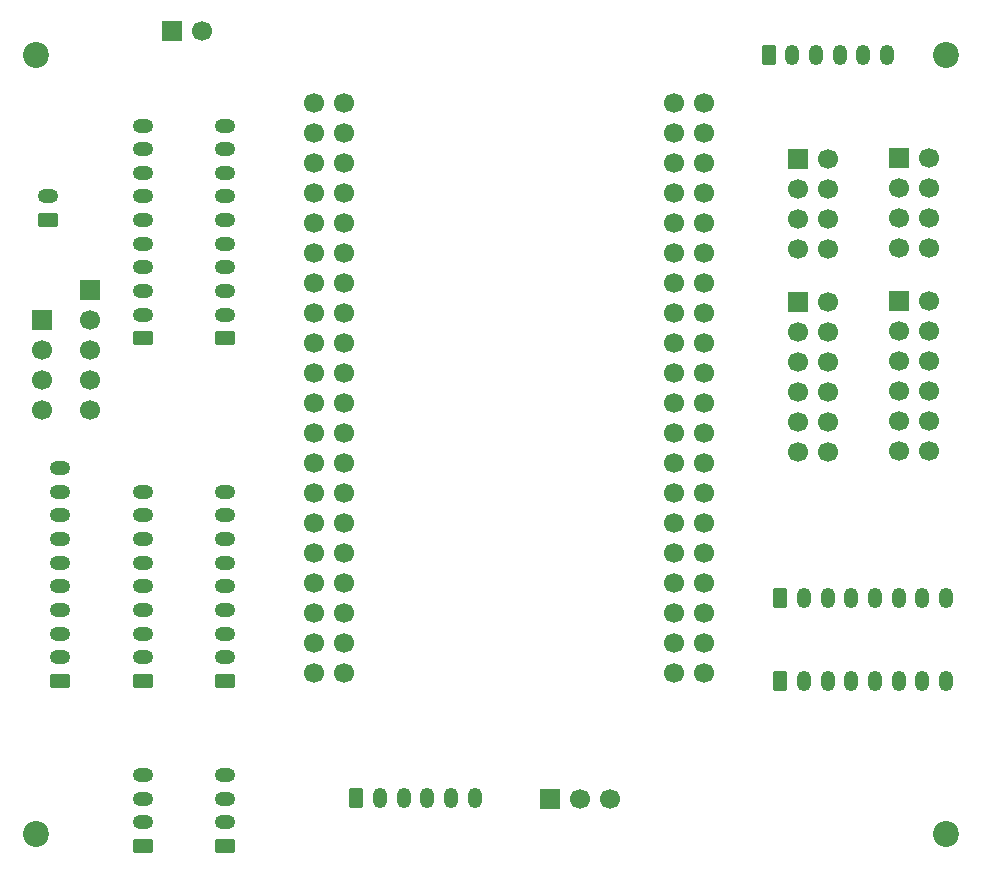
<source format=gbr>
%TF.GenerationSoftware,KiCad,Pcbnew,9.0.2*%
%TF.CreationDate,2025-07-05T12:49:50-04:00*%
%TF.ProjectId,Mainboard H7,4d61696e-626f-4617-9264-2048372e6b69,rev?*%
%TF.SameCoordinates,Original*%
%TF.FileFunction,Soldermask,Bot*%
%TF.FilePolarity,Negative*%
%FSLAX46Y46*%
G04 Gerber Fmt 4.6, Leading zero omitted, Abs format (unit mm)*
G04 Created by KiCad (PCBNEW 9.0.2) date 2025-07-05 12:49:50*
%MOMM*%
%LPD*%
G01*
G04 APERTURE LIST*
G04 Aperture macros list*
%AMRoundRect*
0 Rectangle with rounded corners*
0 $1 Rounding radius*
0 $2 $3 $4 $5 $6 $7 $8 $9 X,Y pos of 4 corners*
0 Add a 4 corners polygon primitive as box body*
4,1,4,$2,$3,$4,$5,$6,$7,$8,$9,$2,$3,0*
0 Add four circle primitives for the rounded corners*
1,1,$1+$1,$2,$3*
1,1,$1+$1,$4,$5*
1,1,$1+$1,$6,$7*
1,1,$1+$1,$8,$9*
0 Add four rect primitives between the rounded corners*
20,1,$1+$1,$2,$3,$4,$5,0*
20,1,$1+$1,$4,$5,$6,$7,0*
20,1,$1+$1,$6,$7,$8,$9,0*
20,1,$1+$1,$8,$9,$2,$3,0*%
G04 Aperture macros list end*
%ADD10C,1.700000*%
%ADD11RoundRect,0.250000X0.625000X-0.350000X0.625000X0.350000X-0.625000X0.350000X-0.625000X-0.350000X0*%
%ADD12O,1.750000X1.200000*%
%ADD13RoundRect,0.250000X-0.350000X-0.625000X0.350000X-0.625000X0.350000X0.625000X-0.350000X0.625000X0*%
%ADD14O,1.200000X1.750000*%
%ADD15R,1.700000X1.700000*%
%ADD16C,2.200000*%
G04 APERTURE END LIST*
D10*
%TO.C,U1*%
X133490000Y-69120000D03*
X136030000Y-69120000D03*
X133490000Y-71660000D03*
X136030000Y-71660000D03*
X133490000Y-74200000D03*
X136030000Y-74200000D03*
X133490000Y-76740000D03*
X136030000Y-76740000D03*
X133490000Y-79280000D03*
X136030000Y-79280000D03*
X133490000Y-81820000D03*
X136030000Y-81820000D03*
X133490000Y-84360000D03*
X136030000Y-84360000D03*
X133490000Y-86900000D03*
X136030000Y-86900000D03*
X133490000Y-89440000D03*
X136030000Y-89440000D03*
X133490000Y-91980000D03*
X136030000Y-91980000D03*
X133490000Y-94520000D03*
X136030000Y-94520000D03*
X133490000Y-97060000D03*
X136030000Y-97060000D03*
X133490000Y-99600000D03*
X136030000Y-99600000D03*
X133490000Y-102140000D03*
X136030000Y-102140000D03*
X133490000Y-104680000D03*
X136030000Y-104680000D03*
X133490000Y-107220000D03*
X136030000Y-107220000D03*
X133490000Y-109760000D03*
X136030000Y-109760000D03*
X133490000Y-112300000D03*
X136030000Y-112300000D03*
X133490000Y-114840000D03*
X136030000Y-114840000D03*
X133490000Y-117380000D03*
X136030000Y-117380000D03*
X163970000Y-69120000D03*
X166510000Y-69120000D03*
X163970000Y-71660000D03*
X166510000Y-71660000D03*
X163970000Y-74200000D03*
X166510000Y-74200000D03*
X163970000Y-76740000D03*
X166510000Y-76740000D03*
X163970000Y-79280000D03*
X166510000Y-79280000D03*
X163970000Y-81820000D03*
X166510000Y-81820000D03*
X163970000Y-84360000D03*
X166510000Y-84360000D03*
X163970000Y-86900000D03*
X166510000Y-86900000D03*
X163970000Y-89440000D03*
X166510000Y-89440000D03*
X163970000Y-91980000D03*
X166510000Y-91980000D03*
X163970000Y-94520000D03*
X166510000Y-94520000D03*
X163970000Y-97060000D03*
X166510000Y-97060000D03*
X163970000Y-99600000D03*
X166510000Y-99600000D03*
X163970000Y-102140000D03*
X166510000Y-102140000D03*
X163970000Y-104680000D03*
X166510000Y-104680000D03*
X163970000Y-107220000D03*
X166510000Y-107220000D03*
X163970000Y-109760000D03*
X166510000Y-109760000D03*
X163970000Y-112300000D03*
X166510000Y-112300000D03*
X163970000Y-114840000D03*
X166510000Y-114840000D03*
X163970000Y-117380000D03*
X166510000Y-117380000D03*
%TD*%
D11*
%TO.C,J12*%
X119000000Y-89000000D03*
D12*
X119000000Y-87000000D03*
X119000000Y-85000000D03*
X119000000Y-83000000D03*
X119000000Y-81000000D03*
X119000000Y-79000000D03*
X119000000Y-77000000D03*
X119000000Y-75000000D03*
X119000000Y-73000000D03*
X119000000Y-71000000D03*
%TD*%
D13*
%TO.C,J7*%
X137100195Y-127899805D03*
D14*
X139100195Y-127899805D03*
X141100195Y-127899805D03*
X143100195Y-127899805D03*
X145100195Y-127899805D03*
X147100195Y-127899805D03*
%TD*%
D15*
%TO.C,J18*%
X121460000Y-63000000D03*
D10*
X124000000Y-63000000D03*
%TD*%
D15*
%TO.C,J17*%
X110500000Y-87460000D03*
D10*
X110500000Y-90000000D03*
X110500000Y-92540000D03*
X110500000Y-95080000D03*
%TD*%
D16*
%TO.C,REF\u002A\u002A*%
X187000000Y-65000000D03*
%TD*%
D11*
%TO.C,J9*%
X119000000Y-118000000D03*
D12*
X119000000Y-116000000D03*
X119000000Y-114000000D03*
X119000000Y-112000000D03*
X119000000Y-110000000D03*
X119000000Y-108000000D03*
X119000000Y-106000000D03*
X119000000Y-104000000D03*
X119000000Y-102000000D03*
%TD*%
D15*
%TO.C,J6*%
X183003750Y-85840000D03*
D10*
X185543750Y-85840000D03*
X183003750Y-88380000D03*
X185543750Y-88380000D03*
X183003750Y-90920000D03*
X185543750Y-90920000D03*
X183003750Y-93460000D03*
X185543750Y-93460000D03*
X183003750Y-96000000D03*
X185543750Y-96000000D03*
X183003750Y-98540000D03*
X185543750Y-98540000D03*
%TD*%
D15*
%TO.C,J3*%
X174460000Y-73840000D03*
D10*
X177000000Y-73840000D03*
X174460000Y-76380000D03*
X177000000Y-76380000D03*
X174460000Y-78920000D03*
X177000000Y-78920000D03*
X174460000Y-81460000D03*
X177000000Y-81460000D03*
%TD*%
D13*
%TO.C,J15*%
X173000000Y-111000000D03*
D14*
X175000000Y-111000000D03*
X177000000Y-111000000D03*
X179000000Y-111000000D03*
X181000000Y-111000000D03*
X183000000Y-111000000D03*
X185000000Y-111000000D03*
X187000000Y-111000000D03*
%TD*%
D16*
%TO.C,REF\u002A\u002A*%
X187000000Y-131000000D03*
%TD*%
D13*
%TO.C,J14*%
X173000000Y-118000000D03*
D14*
X175000000Y-118000000D03*
X177000000Y-118000000D03*
X179000000Y-118000000D03*
X181000000Y-118000000D03*
X183000000Y-118000000D03*
X185000000Y-118000000D03*
X187000000Y-118000000D03*
%TD*%
D15*
%TO.C,J4*%
X174460000Y-85920000D03*
D10*
X177000000Y-85920000D03*
X174460000Y-88460000D03*
X177000000Y-88460000D03*
X174460000Y-91000000D03*
X177000000Y-91000000D03*
X174460000Y-93540000D03*
X177000000Y-93540000D03*
X174460000Y-96080000D03*
X177000000Y-96080000D03*
X174460000Y-98620000D03*
X177000000Y-98620000D03*
%TD*%
D11*
%TO.C,SW1*%
X111000000Y-79000000D03*
D12*
X111000000Y-77000000D03*
%TD*%
D13*
%TO.C,J8*%
X172000000Y-65000000D03*
D14*
X174000000Y-65000000D03*
X176000000Y-65000000D03*
X178000000Y-65000000D03*
X180000000Y-65000000D03*
X182000000Y-65000000D03*
%TD*%
D16*
%TO.C,REF\u002A\u002A*%
X110000000Y-131000000D03*
%TD*%
D15*
%TO.C,J19*%
X114500000Y-84920000D03*
D10*
X114500000Y-87460000D03*
X114500000Y-90000000D03*
X114500000Y-92540000D03*
X114500000Y-95080000D03*
%TD*%
D11*
%TO.C,J2*%
X119000000Y-132000000D03*
D12*
X119000000Y-130000000D03*
X119000000Y-128000000D03*
X119000000Y-126000000D03*
%TD*%
D16*
%TO.C,REF\u002A\u002A*%
X110000000Y-65000000D03*
%TD*%
D11*
%TO.C,J13*%
X112000000Y-118000000D03*
D12*
X112000000Y-116000000D03*
X112000000Y-114000000D03*
X112000000Y-112000000D03*
X112000000Y-110000000D03*
X112000000Y-108000000D03*
X112000000Y-106000000D03*
X112000000Y-104000000D03*
X112000000Y-102000000D03*
X112000000Y-100000000D03*
%TD*%
D11*
%TO.C,J11*%
X126000000Y-89000000D03*
D12*
X126000000Y-87000000D03*
X126000000Y-85000000D03*
X126000000Y-83000000D03*
X126000000Y-81000000D03*
X126000000Y-79000000D03*
X126000000Y-77000000D03*
X126000000Y-75000000D03*
X126000000Y-73000000D03*
X126000000Y-71000000D03*
%TD*%
D15*
%TO.C,J16*%
X153460000Y-128000000D03*
D10*
X156000000Y-128000000D03*
X158540000Y-128000000D03*
%TD*%
D11*
%TO.C,J10*%
X126000000Y-132000000D03*
D12*
X126000000Y-130000000D03*
X126000000Y-128000000D03*
X126000000Y-126000000D03*
%TD*%
D11*
%TO.C,J1*%
X126000000Y-118000000D03*
D12*
X126000000Y-116000000D03*
X126000000Y-114000000D03*
X126000000Y-112000000D03*
X126000000Y-110000000D03*
X126000000Y-108000000D03*
X126000000Y-106000000D03*
X126000000Y-104000000D03*
X126000000Y-102000000D03*
%TD*%
D15*
%TO.C,J5*%
X183003750Y-73760000D03*
D10*
X185543750Y-73760000D03*
X183003750Y-76300000D03*
X185543750Y-76300000D03*
X183003750Y-78840000D03*
X185543750Y-78840000D03*
X183003750Y-81380000D03*
X185543750Y-81380000D03*
%TD*%
M02*

</source>
